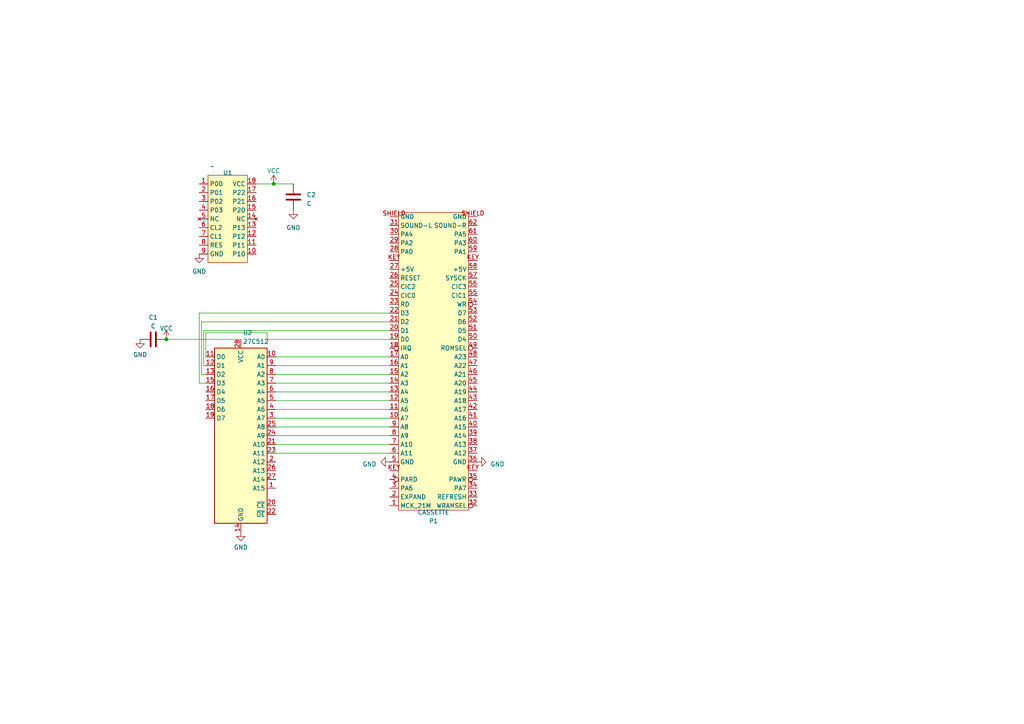
<source format=kicad_sch>
(kicad_sch (version 20230121) (generator eeschema)
  (paper "A4")
  (lib_symbols
    (symbol "Device:C" (pin_numbers hide) (pin_names (offset 0.254))
      (property "Reference" "C" (at 0.635 2.54 0))
      (property "Value" "C" (at 0.635 -2.54 0))
      (symbol "C_0_1"
        (polyline (pts (xy -2.032 -0.762) (xy 2.032 -0.762)) (stroke (width 0.508)))
        (polyline (pts (xy -2.032 0.762) (xy 2.032 0.762)) (stroke (width 0.508)))
      )
      (symbol "C_1_1"
        (pin passive line (at 0 3.81 270) (length 2.794) (name "~") (number "1"))
        (pin passive line (at 0 -3.81 90) (length 2.794) (name "~") (number "2"))
      )
    )
    (symbol "Memory_EPROM:27C512"
      (property "Reference" "U" (at -7.62 26.67 0))
      (property "Value" "27C512" (at 2.54 -26.67 0))
      (symbol "27C512_1_1"
        (rectangle (start -7.62 25.4) (end 7.62 -25.4) (stroke (width 0.254)) (fill (type background)))
        (pin input line (at -10.16 -15.24 0) (length 2.54) (name "A15") (number "1"))
        (pin input line (at -10.16 22.86 0) (length 2.54) (name "A0") (number "10"))
        (pin tri_state line (at 10.16 22.86 180) (length 2.54) (name "D0") (number "11"))
        (pin tri_state line (at 10.16 20.32 180) (length 2.54) (name "D1") (number "12"))
        (pin tri_state line (at 10.16 17.78 180) (length 2.54) (name "D2") (number "13"))
        (pin power_in line (at 0 -27.94 90) (length 2.54) (name "GND") (number "14"))
        (pin tri_state line (at 10.16 15.24 180) (length 2.54) (name "D3") (number "15"))
        (pin tri_state line (at 10.16 12.7 180) (length 2.54) (name "D4") (number "16"))
        (pin tri_state line (at 10.16 10.16 180) (length 2.54) (name "D5") (number "17"))
        (pin tri_state line (at 10.16 7.62 180) (length 2.54) (name "D6") (number "18"))
        (pin tri_state line (at 10.16 5.08 180) (length 2.54) (name "D7") (number "19"))
        (pin input line (at -10.16 -7.62 0) (length 2.54) (name "A12") (number "2"))
        (pin input line (at -10.16 -20.32 0) (length 2.54) (name "~{CE}") (number "20"))
        (pin input line (at -10.16 -2.54 0) (length 2.54) (name "A10") (number "21"))
        (pin input line (at -10.16 -22.86 0) (length 2.54) (name "~{OE}") (number "22"))
        (pin input line (at -10.16 -5.08 0) (length 2.54) (name "A11") (number "23"))
        (pin input line (at -10.16 0 0) (length 2.54) (name "A9") (number "24"))
        (pin input line (at -10.16 2.54 0) (length 2.54) (name "A8") (number "25"))
        (pin input line (at -10.16 -10.16 0) (length 2.54) (name "A13") (number "26"))
        (pin input line (at -10.16 -12.7 0) (length 2.54) (name "A14") (number "27"))
        (pin power_in line (at 0 27.94 270) (length 2.54) (name "VCC") (number "28"))
        (pin input line (at -10.16 5.08 0) (length 2.54) (name "A7") (number "3"))
        (pin input line (at -10.16 7.62 0) (length 2.54) (name "A6") (number "4"))
        (pin input line (at -10.16 10.16 0) (length 2.54) (name "A5") (number "5"))
        (pin input line (at -10.16 12.7 0) (length 2.54) (name "A4") (number "6"))
        (pin input line (at -10.16 15.24 0) (length 2.54) (name "A3") (number "7"))
        (pin input line (at -10.16 17.78 0) (length 2.54) (name "A2") (number "8"))
        (pin input line (at -10.16 20.32 0) (length 2.54) (name "A1") (number "9"))
      )
    )
    (symbol "SNES_Library:CASSETTE"
      (property "Reference" "P" (at 0 2.54 0))
      (property "Value" "CASSETTE" (at 0 0 0))
      (symbol "CASSETTE_0_0"
        (pin unspecified line (at -15.24 -7.62 0) (length 2.54) (name "MCK_21M") (number "1"))
        (pin input line (at -15.24 -33.02 0) (length 2.54) (name "A7") (number "10"))
        (pin input line (at -15.24 -35.56 0) (length 2.54) (name "A6") (number "11"))
        (pin input line (at -15.24 -38.1 0) (length 2.54) (name "A5") (number "12"))
        (pin input line (at -15.24 -40.64 0) (length 2.54) (name "A4") (number "13"))
        (pin input line (at -15.24 -43.18 0) (length 2.54) (name "A3") (number "14"))
        (pin input line (at -15.24 -45.72 0) (length 2.54) (name "A2") (number "15"))
        (pin input line (at -15.24 -48.26 0) (length 2.54) (name "A1") (number "16"))
        (pin input line (at -15.24 -50.8 0) (length 2.54) (name "A0") (number "17"))
        (pin unspecified inverted (at -15.24 -53.34 0) (length 2.54) (name "IRQ") (number "18"))
        (pin bidirectional line (at -15.24 -55.88 0) (length 2.54) (name "D0") (number "19"))
        (pin unspecified line (at -15.24 -10.16 0) (length 2.54) (name "EXPAND") (number "2"))
        (pin bidirectional line (at -15.24 -58.42 0) (length 2.54) (name "D1") (number "20"))
        (pin bidirectional line (at -15.24 -60.96 0) (length 2.54) (name "D2") (number "21"))
        (pin bidirectional line (at -15.24 -63.5 0) (length 2.54) (name "D3") (number "22"))
        (pin unspecified line (at -15.24 -66.04 0) (length 2.54) (name "RD") (number "23"))
        (pin unspecified line (at -15.24 -68.58 0) (length 2.54) (name "CIC0") (number "24"))
        (pin unspecified line (at -15.24 -71.12 0) (length 2.54) (name "CIC2") (number "25"))
        (pin unspecified line (at -15.24 -73.66 0) (length 2.54) (name "RESET") (number "26"))
        (pin power_in line (at -15.24 -76.2 0) (length 2.54) (name "+5V") (number "27"))
        (pin unspecified line (at -15.24 -81.28 0) (length 2.54) (name "PA0") (number "28"))
        (pin unspecified line (at -15.24 -83.82 0) (length 2.54) (name "PA2") (number "29"))
        (pin unspecified line (at -15.24 -12.7 0) (length 2.54) (name "PA6") (number "3"))
        (pin unspecified line (at -15.24 -86.36 0) (length 2.54) (name "PA4") (number "30"))
        (pin output line (at -15.24 -88.9 0) (length 2.54) (name "SOUND-L") (number "31"))
        (pin unspecified inverted (at 10.16 -7.62 180) (length 2.54) (name "WRAMSEL") (number "32"))
        (pin unspecified line (at 10.16 -10.16 180) (length 2.54) (name "REFRESH") (number "33"))
        (pin unspecified line (at 10.16 -12.7 180) (length 2.54) (name "PA7") (number "34"))
        (pin unspecified inverted (at 10.16 -15.24 180) (length 2.54) (name "PAWR") (number "35"))
        (pin power_in line (at 10.16 -20.32 180) (length 2.54) (name "GND") (number "36"))
        (pin input line (at 10.16 -22.86 180) (length 2.54) (name "A12") (number "37"))
        (pin input line (at 10.16 -25.4 180) (length 2.54) (name "A13") (number "38"))
        (pin input line (at 10.16 -27.94 180) (length 2.54) (name "A14") (number "39"))
        (pin unspecified inverted (at -15.24 -15.24 0) (length 2.54) (name "PARD") (number "4"))
        (pin input line (at 10.16 -30.48 180) (length 2.54) (name "A15") (number "40"))
        (pin input line (at 10.16 -33.02 180) (length 2.54) (name "A16") (number "41"))
        (pin input line (at 10.16 -35.56 180) (length 2.54) (name "A17") (number "42"))
        (pin input line (at 10.16 -38.1 180) (length 2.54) (name "A18") (number "43"))
        (pin input line (at 10.16 -40.64 180) (length 2.54) (name "A19") (number "44"))
        (pin input line (at 10.16 -43.18 180) (length 2.54) (name "A20") (number "45"))
        (pin input line (at 10.16 -45.72 180) (length 2.54) (name "A21") (number "46"))
        (pin input line (at 10.16 -48.26 180) (length 2.54) (name "A22") (number "47"))
        (pin input line (at 10.16 -50.8 180) (length 2.54) (name "A23") (number "48"))
        (pin unspecified inverted (at 10.16 -53.34 180) (length 2.54) (name "ROMSEL") (number "49"))
        (pin power_in line (at -15.24 -20.32 0) (length 2.54) (name "GND") (number "5"))
        (pin bidirectional line (at 10.16 -55.88 180) (length 2.54) (name "D4") (number "50"))
        (pin bidirectional line (at 10.16 -58.42 180) (length 2.54) (name "D5") (number "51"))
        (pin bidirectional line (at 10.16 -60.96 180) (length 2.54) (name "D6") (number "52"))
        (pin bidirectional line (at 10.16 -63.5 180) (length 2.54) (name "D7") (number "53"))
        (pin unspecified inverted (at 10.16 -66.04 180) (length 2.54) (name "WR") (number "54"))
        (pin unspecified line (at 10.16 -68.58 180) (length 2.54) (name "CIC1") (number "55"))
        (pin unspecified line (at 10.16 -71.12 180) (length 2.54) (name "CIC3") (number "56"))
        (pin unspecified line (at 10.16 -73.66 180) (length 2.54) (name "SYSCK") (number "57"))
        (pin power_in line (at 10.16 -76.2 180) (length 2.54) (name "+5V") (number "58"))
        (pin unspecified line (at 10.16 -81.28 180) (length 2.54) (name "PA1") (number "59"))
        (pin input line (at -15.24 -22.86 0) (length 2.54) (name "A11") (number "6"))
        (pin unspecified line (at 10.16 -83.82 180) (length 2.54) (name "PA3") (number "60"))
        (pin unspecified line (at 10.16 -86.36 180) (length 2.54) (name "PA5") (number "61"))
        (pin output line (at 10.16 -88.9 180) (length 2.54) (name "SOUND-R") (number "62"))
        (pin input line (at -15.24 -25.4 0) (length 2.54) (name "A10") (number "7"))
        (pin input line (at -15.24 -27.94 0) (length 2.54) (name "A9") (number "8"))
        (pin input line (at -15.24 -30.48 0) (length 2.54) (name "A8") (number "9"))
        (pin unspecified line (at -15.24 -78.74 0) (length 2.54) (name "") (number "KEY"))
        (pin free line (at -15.24 -17.78 0) (length 2.54) (name "") (number "KEY"))
        (pin unspecified line (at 10.16 -78.74 180) (length 2.54) (name "") (number "KEY"))
        (pin free line (at 10.16 -17.78 180) (length 2.54) (name "") (number "KEY"))
        (pin power_in line (at -15.24 -91.44 0) (length 2.54) (name "GND") (number "SHIELD"))
        (pin power_in line (at 10.16 -91.44 180) (length 2.54) (name "GND") (number "SHIELD"))
      )
      (symbol "CASSETTE_0_1"
        (rectangle (start -12.7 -6.35) (end 7.62 -92.71) (fill (type background)))
      )
    )
    (symbol "SNES_Library:CIC"
      (property "Reference" "U" (at -5.08 13.97 0))
      (symbol "CIC_0_0"
        (pin unspecified line (at -8.89 8.89 0) (length 2.54) (name "P00") (number "1"))
        (pin unspecified line (at 7.62 -11.43 180) (length 2.54) (name "P10") (number "10"))
        (pin unspecified line (at 7.62 -8.89 180) (length 2.54) (name "P11") (number "11"))
        (pin unspecified line (at 7.62 -6.35 180) (length 2.54) (name "P12") (number "12"))
        (pin unspecified line (at 7.62 -3.81 180) (length 2.54) (name "P13") (number "13"))
        (pin no_connect line (at 7.62 -1.27 180) (length 2.54) (name "NC") (number "14"))
        (pin unspecified line (at 7.62 1.27 180) (length 2.54) (name "P20") (number "15"))
        (pin unspecified line (at 7.62 3.81 180) (length 2.54) (name "P21") (number "16"))
        (pin unspecified line (at 7.62 6.35 180) (length 2.54) (name "P22") (number "17"))
        (pin power_in line (at 7.62 8.89 180) (length 2.54) (name "VCC") (number "18"))
        (pin unspecified line (at -8.89 6.35 0) (length 2.54) (name "P01") (number "2"))
        (pin unspecified line (at -8.89 3.81 0) (length 2.54) (name "P02") (number "3"))
        (pin unspecified line (at -8.89 1.27 0) (length 2.54) (name "P03") (number "4"))
        (pin no_connect line (at -8.89 -1.27 0) (length 2.54) (name "NC") (number "5"))
        (pin unspecified line (at -8.89 -3.81 0) (length 2.54) (name "CL2") (number "6"))
        (pin unspecified line (at -8.89 -6.35 0) (length 2.54) (name "CL1") (number "7"))
        (pin unspecified line (at -8.89 -8.89 0) (length 2.54) (name "RES") (number "8"))
        (pin power_in line (at -8.89 -11.43 0) (length 2.54) (name "GND") (number "9"))
      )
      (symbol "CIC_0_1"
        (rectangle (start -6.35 11.43) (end 5.08 -13.97) (fill (type background)))
      )
    )
    (symbol "power:GND" (power) (pin_names (offset 0))
      (property "Value" "GND" (at 0 -3.81 0))
      (symbol "GND_0_1"
        (polyline (pts (xy 0 0) (xy 0 -1.27) (xy 1.27 -1.27) (xy 0 -2.54) (xy -1.27 -1.27) (xy 0 -1.27)))
      )
      (symbol "GND_1_1"
        (pin power_in line (at 0 0 270) (length 0) hide (name "GND") (number "1"))
      )
    )
    (symbol "power:VCC" (power) (pin_names (offset 0))
      (property "Value" "VCC" (at 0 3.81 0))
      (symbol "VCC_0_1"
        (polyline (pts (xy -0.762 1.27) (xy 0 2.54)))
        (polyline (pts (xy 0 0) (xy 0 2.54)))
        (polyline (pts (xy 0 2.54) (xy 0.762 1.27)))
      )
      (symbol "VCC_1_1"
        (pin power_in line (at 0 0 90) (length 0) hide (name "VCC") (number "1"))
      )
    )
  )
  (junction (at 79.375 53.34))
  (junction (at 48.26 98.425))
  (wire (pts (xy 80.01 131.445) (xy 113.03 131.445)))
  (wire (pts (xy 80.01 123.825) (xy 113.03 123.825)))
  (wire (pts (xy 80.01 111.125) (xy 113.03 111.125)))
  (wire (pts (xy 80.01 118.745) (xy 113.03 118.745)))
  (wire (pts (xy 77.47 98.425) (xy 113.03 98.425)))
  (wire (pts (xy 57.785 90.805) (xy 113.03 90.805)))
  (wire (pts (xy 58.42 93.345) (xy 113.03 93.345)))
  (wire (pts (xy 80.01 128.905) (xy 113.03 128.905)))
  (wire (pts (xy 59.69 96.52) (xy 77.47 96.52)))
  (wire (pts (xy 80.01 103.505) (xy 113.03 103.505)))
  (wire (pts (xy 58.42 108.585) (xy 58.42 93.345)))
  (wire (pts (xy 59.69 103.505) (xy 59.69 96.52)))
  (wire (pts (xy 80.01 108.585) (xy 113.03 108.585)))
  (wire (pts (xy 59.69 111.125) (xy 57.785 111.125)))
  (wire (pts (xy 80.01 113.665) (xy 113.03 113.665)))
  (wire (pts (xy 80.01 106.045) (xy 113.03 106.045)))
  (wire (pts (xy 59.69 108.585) (xy 58.42 108.585)))
  (wire (pts (xy 80.01 116.205) (xy 113.03 116.205)))
  (wire (pts (xy 74.295 53.34) (xy 79.375 53.34)))
  (wire (pts (xy 48.26 98.425) (xy 69.85 98.425)))
  (wire (pts (xy 57.785 111.125) (xy 57.785 90.805)))
  (wire (pts (xy 59.055 106.045) (xy 59.055 95.885)))
  (wire (pts (xy 59.69 106.045) (xy 59.055 106.045)))
  (wire (pts (xy 77.47 96.52) (xy 77.47 98.425)))
  (wire (pts (xy 80.01 126.365) (xy 113.03 126.365)))
  (wire (pts (xy 79.375 53.34) (xy 85.09 53.34)))
  (wire (pts (xy 80.01 121.285) (xy 113.03 121.285)))
  (wire (pts (xy 59.055 95.885) (xy 113.03 95.885)))
  (symbol (lib_id "power:GND") (at 85.09 60.96 0) (unit 1)
    (property "Reference" "#PWR06" (effects hide))
    (property "Value" "GND" (at 85.09 66.04 0))
  )
  (symbol (lib_id "Device:C") (at 44.45 98.425 90) (unit 1)
    (property "Reference" "C1" (at 44.45 92.075 90))
    (property "Value" "C" (at 44.45 94.615 90))
    (property "Footprint" "Capacitor_THT:C_Disc_D4.3mm_W1.9mm_P5.00mm" (effects hide))
  )
  (symbol (lib_id "power:VCC") (at 79.375 53.34 0) (unit 1)
    (property "Reference" "#PWR05" (effects hide))
    (property "Value" "VCC" (at 79.375 49.53 0))
  )
  (symbol (lib_id "Device:C") (at 85.09 57.15 0) (unit 1)
    (property "Reference" "C2" (at 88.9 56.515 0) (effects (justify left)))
    (property "Value" "C" (at 88.9 59.055 0) (effects (justify left)))
    (property "Footprint" "Capacitor_THT:C_Disc_D4.3mm_W1.9mm_P5.00mm" (effects hide))
  )
  (symbol (lib_id "power:VCC") (at 48.26 98.425 0) (unit 1)
    (property "Reference" "#PWR01" (effects hide))
    (property "Value" "VCC" (at 48.26 95.25 0))
  )
  (symbol (lib_id "Memory_EPROM:27C512") (at 69.85 126.365 0) (mirror y) (unit 1)
    (property "Reference" "U2" (at 70.4341 96.52 0) (effects (justify right)))
    (property "Value" "27C512" (at 70.4341 99.06 0) (effects (justify right)))
    (property "Footprint" "Package_DIP:DIP-28_W15.24mm" (effects hide))
    (property "Datasheet" "http://ww1.microchip.com/downloads/en/DeviceDoc/doc0015.pdf" (effects hide))
  )
  (symbol (lib_id "power:GND") (at 40.64 98.425 0) (unit 1)
    (property "Reference" "#PWR02" (effects hide))
    (property "Value" "GND" (at 40.64 102.87 0))
  )
  (symbol (lib_id "power:GND") (at 113.03 133.985 270) (unit 1)
    (property "Reference" "#PWR07" (effects hide))
    (property "Value" "GND" (at 109.22 134.62 90) (effects (justify right)))
  )
  (symbol (lib_id "power:GND") (at 138.43 133.985 90) (unit 1)
    (property "Reference" "#PWR08" (effects hide))
    (property "Value" "GND" (at 142.24 134.62 90) (effects (justify right)))
  )
  (symbol (lib_id "SNES_Library:CIC") (at 66.675 62.23 0) (unit 1)
    (property "Reference" "U1" (at 66.04 50.165 0))
    (property "Value" "~" (at 61.595 48.26 0))
    (property "Footprint" "Package_DIP:DIP-18_W7.62mm" (effects hide))
  )
  (symbol (lib_id "SNES_Library:CASSETTE") (at 128.27 154.305 0) (mirror x) (unit 1)
    (property "Reference" "P1" (at 125.73 151.13 0))
    (property "Value" "CASSETTE" (at 125.73 148.59 0))
    (property "Footprint" "Library:CartEdge" (effects hide))
  )
  (symbol (lib_id "power:GND") (at 57.785 73.66 0) (unit 1)
    (property "Reference" "#PWR04" (effects hide))
    (property "Value" "GND" (at 57.785 78.74 0))
  )
  (symbol (lib_id "power:GND") (at 69.85 154.305 0) (unit 1)
    (property "Reference" "#PWR03" (effects hide))
    (property "Value" "GND" (at 69.85 158.75 0))
  )
)
</source>
